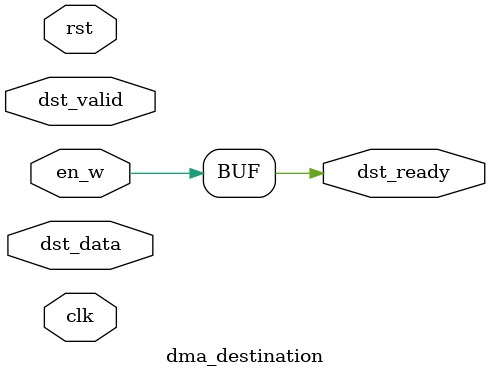
<source format=v>
`timescale 1ns / 1ps


module dma_destination (
    input  wire       clk,
    input  wire       rst,
    input  wire       en_w,

    input  wire       dst_valid,
    input  wire [7:0] dst_data,
    output wire       dst_ready
);

assign dst_ready = en_w;  // ALWAYS READY when DMA active

endmodule

</source>
